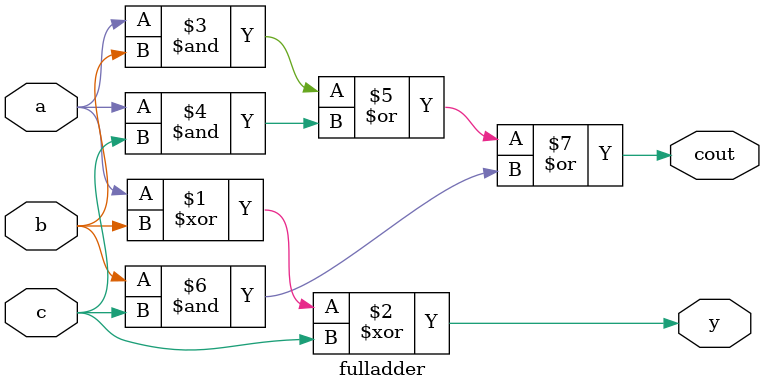
<source format=sv>
module fulladder (a,b,c,y,cout);

//Input Logic
input logic a;
input logic b;
input logic c;

//Output Logic
output logic y;
output logic cout;


//Full Adder Logic
assign y = a^b^c;
assign cout = a&b | a&c | b&c;

endmodule
</source>
